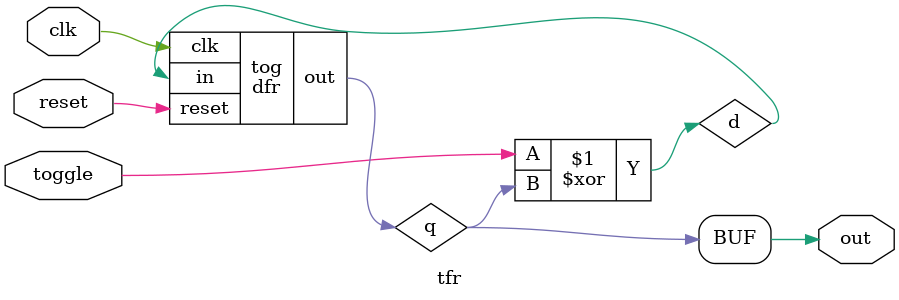
<source format=v>
module invert (input wire i, output wire o);
     assign o = !i;
endmodule

module and2 (input wire i0, i1, output wire o);
    assign o = i0 & i1;
endmodule

module or2 (input wire i0, i1, output wire o);
    assign o = i0 | i1;
endmodule

module xor2 (input wire i0, i1, output wire o);
    assign o = i0 ^ i1;
endmodule

module nand2 (input wire i0, i1, output wire o);
     wire t;
     and2 and2_0 (i0, i1, t);
     invert invert_0 (t, o);
endmodule

module nor2 (input wire i0, i1, output wire o);
     wire t;
     or2 or2_0 (i0, i1, t);
     invert invert_0 (t, o);
endmodule

module xnor2 (input wire i0, i1, output wire o);
     wire t;
     xor2 xor2_0 (i0, i1, t);
     invert invert_0 (t, o);
endmodule

module and3 (input wire i0, i1, i2, output wire o);
     wire t;
     and2 and2_0 (i0, i1, t);
     and2 and2_1 (i2, t, o);
endmodule

module or3 (input wire i0, i1, i2, output wire o);
     wire t;
     or2 or2_0 (i0, i1, t);
     or2 or2_1 (i2, t, o);
endmodule

module nor3 (input wire i0, i1, i2, output wire o);
     wire t;
     or2 or2_0 (i0, i1, t);
     nor2 nor2_0 (i2, t, o);
endmodule

module nand3 (input wire i0, i1, i2, output wire o);
     wire t;
     and2 and2_0 (i0, i1, t);
     nand2 nand2_1 (i2, t, o);
endmodule

module xor3 (input wire i0, i1, i2, output wire o);
     wire t;
     xor2 xor2_0 (i0, i1, t);
     xor2 xor2_1 (i2, t, o);
endmodule

module xnor3 (input wire i0, i1, i2, output wire o);
     wire t;
     xor2 xor2_0 (i0, i1, t);
     xnor2 xnor2_0 (i2, t, o);
endmodule

module mux2 (input wire i0, i1, j, output wire o);
    assign o = (j==0)?i0:i1;
endmodule

module mux4 (input wire [0:3] i, input wire j1, j0, output wire o);
    wire    t0, t1;
    mux2 mux2_0 (i[0], i[1], j1, t0);
    mux2 mux2_1 (i[2], i[3], j1, t1);
    mux2 mux2_2 (t0, t1, j0, o);
endmodule

module mux8 (input wire [0:7] i, input wire j2, j1, j0, output wire o);
    wire    t0, t1;
    mux4 mux4_0 (i[0:3], j2, j1, t0);
    mux4 mux4_1 (i[4:7], j2, j1, t1);
    mux2 mux2_0 (t0, t1, j0, o);
endmodule

module demux2 (input wire i, j, output wire o0, o1);
    assign o0 = (j==0)?i:1'b0;
    assign o1 = (j==1)?i:1'b0;
endmodule

module demux4 (input wire i, j1, j0, output wire [0:3] o);
    wire    t0, t1;
    demux2 demux2_0 (i, j1, t0, t1);
    demux2 demux2_1 (t0, j0, o[0], o[1]);
    demux2 demux2_2 (t1, j0, o[2], o[3]);
endmodule

module demux8 (input wire i, j2, j1, j0, output wire [0:7] o);
    wire    t0, t1;
    demux2 demux2_0 (i, j2, t0, t1);
    demux4 demux4_0 (t0, j1, j0, o[0:3]);
    demux4 demux4_1 (t1, j1, j0, o[4:7]);
endmodule

module df (input wire clk, in, output wire out);
    reg df_out;
    always@(posedge clk) df_out <= in;
    assign out = df_out;
endmodule

module dfr (input wire clk, reset, in, output wire out);
    wire reset_, df_in;
    invert invert_0 (reset, reset_);
    and2 and2_0 (in, reset_, df_in);
    df df_0 (clk, df_in, out);
endmodule

module dfrl (input wire clk, reset, load, in, output wire out);
    wire _in;
    mux2 mux2_0(out, in, load, _in);
    dfr dfr_1(clk, reset, _in, out);
endmodule

module tfr(input clk,reset,toggle,output out);
    wire d,q;
    xor(d,toggle,q);

    dfr tog(clk,reset,d,q);

    assign out=q;
endmodule
</source>
